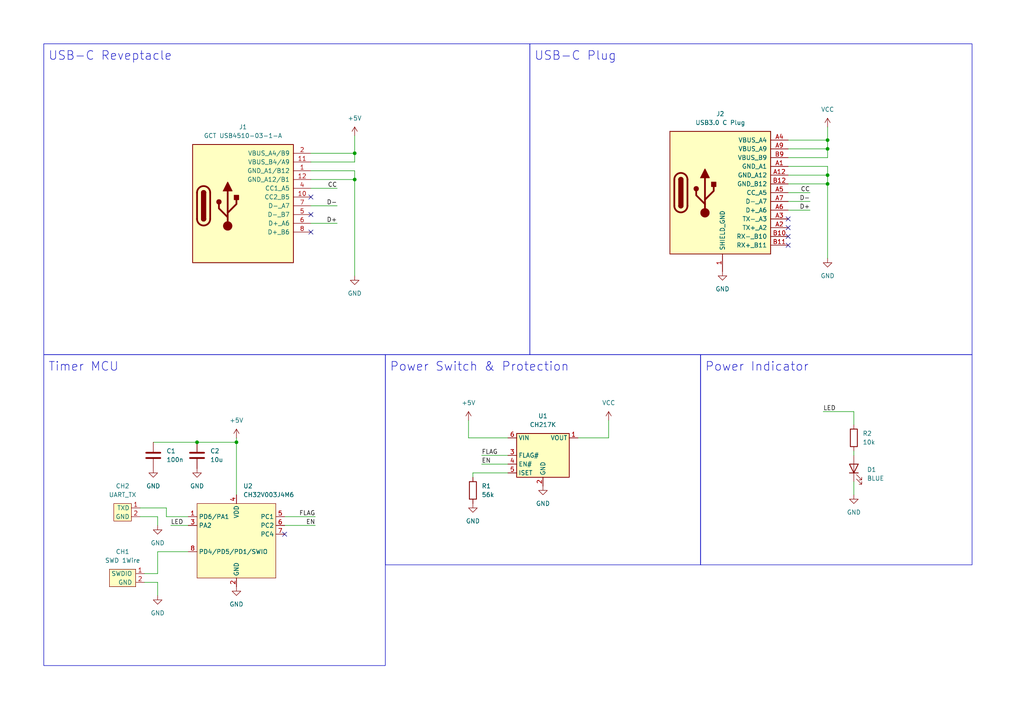
<source format=kicad_sch>
(kicad_sch (version 20230121) (generator eeschema)
  (paper "A4")
  (lib_symbols
    (symbol "$74th:CH217K-USB_Power_Limit_Switch"
      (property "Reference" "U" (at -6.35 5.08 0))
      (property "Value" "CH217K" (at 3.81 5.08 0))
      (symbol "CH217K-USB_Power_Limit_Switch_1_1"
        (rectangle (start -7.62 3.81) (end 7.62 -8.89) (stroke (width 0.254)) (fill (type background)))
        (pin power_out line (at 10.16 2.54 180) (length 2.54) (name "VOUT") (number "1"))
        (pin power_in line (at 0 -11.43 90) (length 2.54) (name "GND") (number "2"))
        (pin input line (at -10.16 -2.54 0) (length 2.54) (name "FLAG#") (number "3"))
        (pin input line (at -10.16 -5.08 0) (length 2.54) (name "EN#") (number "4"))
        (pin input line (at -10.16 -7.62 0) (length 2.54) (name "ISET") (number "5"))
        (pin power_in line (at -10.16 2.54 0) (length 2.54) (name "VIN") (number "6"))
      )
    )
    (symbol "$74th:CH32V003J4M6"
      (property "Reference" "U" (at -11.43 25.4 0))
      (property "Value" "CH32V003J4M6" (at -11.43 27.94 0))
      (symbol "CH32V003J4M6_0_1"
        (rectangle (start -11.43 24.13) (end 11.43 2.54) (stroke (width 0.1524)) (fill (type background)))
      )
      (symbol "CH32V003J4M6_1_1"
        (pin bidirectional line (at -13.97 20.32 0) (length 2.54) (name "PD6/PA1") (number "1"))
        (pin power_in line (at 0 0 90) (length 2.54) (name "GND") (number "2"))
        (pin bidirectional line (at -13.97 17.78 0) (length 2.54) (name "PA2") (number "3"))
        (pin power_in line (at 0 26.67 270) (length 2.54) (name "VDD") (number "4"))
        (pin bidirectional line (at 13.97 20.32 180) (length 2.54) (name "PC1") (number "5"))
        (pin bidirectional line (at 13.97 17.78 180) (length 2.54) (name "PC2") (number "6"))
        (pin bidirectional line (at 13.97 15.24 180) (length 2.54) (name "PC4") (number "7"))
        (pin bidirectional line (at -13.97 10.16 0) (length 2.54) (name "PD4/PD5/PD1/SWIO") (number "8"))
      )
    )
    (symbol "$74th:SWD-WCH_1Wire" (pin_names (offset 1.016))
      (property "Reference" "CH" (at -3.81 5.08 0))
      (property "Value" "SWD 1Wire" (at 3.81 5.08 0))
      (symbol "SWD-WCH_1Wire_0_1"
        (rectangle (start -3.81 3.81) (end 3.81 -1.27) (fill (type background)))
      )
      (symbol "SWD-WCH_1Wire_1_1"
        (pin bidirectional line (at 6.35 2.54 180) (length 2.54) (name "SWDIO") (number "1"))
        (pin power_out line (at 6.35 0 180) (length 2.54) (name "GND") (number "2"))
      )
    )
    (symbol "$74th:UART_TX_Port"
      (property "Reference" "CH" (at -3.81 5.08 0))
      (property "Value" "UART_TX" (at 2.54 5.08 0))
      (symbol "UART_TX_Port_0_1"
        (rectangle (start -2.54 2.54) (end 2.54 -2.54) (stroke (width 0.1524)) (fill (type background)))
      )
      (symbol "UART_TX_Port_1_1"
        (pin bidirectional line (at 5.08 1.27 180) (length 2.54) (name "TXD") (number "1"))
        (pin power_in line (at 5.08 -1.27 180) (length 2.54) (name "GND") (number "2"))
      )
    )
    (symbol "$74th:USB2.0_C_12pin_v2" (pin_names (offset 1.016))
      (property "Reference" "J" (at -10.16 19.05 0))
      (property "Value" "USB2.0_C_12pin_v2" (at 12.7 19.05 0))
      (symbol "USB2.0_C_12pin_v2_0_1"
        (rectangle (start -19.05 17.78) (end 10.16 -16.51) (stroke (width 0.254)) (fill (type background)))
        (arc (start -17.78 -3.81) (mid -15.875 -5.7067) (end -13.97 -3.81) (stroke (width 0.508)))
        (arc (start -16.51 -3.81) (mid -15.875 -4.4423) (end -15.24 -3.81) (stroke (width 0.254)))
        (arc (start -16.51 -3.81) (mid -15.875 -4.4423) (end -15.24 -3.81) (stroke (width 0.254)) (fill (type outline)))
        (rectangle (start -16.51 -3.81) (end -15.24 3.81) (stroke (width 0.254)) (fill (type outline)))
        (arc (start -15.24 3.81) (mid -15.875 4.4423) (end -16.51 3.81) (stroke (width 0.254)))
        (arc (start -15.24 3.81) (mid -15.875 4.4423) (end -16.51 3.81) (stroke (width 0.254)) (fill (type outline)))
        (arc (start -13.97 3.81) (mid -15.875 5.7067) (end -17.78 3.81) (stroke (width 0.508)))
        (circle (center -11.43 1.143) (radius 0.635) (stroke (width 0.254)) (fill (type outline)))
        (circle (center -8.89 -5.842) (radius 1.27) (fill (type outline)))
        (rectangle (start -6.985 1.778) (end -5.715 3.048) (stroke (width 0.254)) (fill (type outline)))
        (polyline (pts (xy -17.78 -3.81) (xy -17.78 3.81)) (stroke (width 0.508)))
        (polyline (pts (xy -13.97 3.81) (xy -13.97 -3.81)) (stroke (width 0.508)))
        (polyline (pts (xy -8.89 -5.842) (xy -8.89 4.318)) (stroke (width 0.508)))
        (polyline (pts (xy -8.89 -3.302) (xy -11.43 -0.762) (xy -11.43 0.508)) (stroke (width 0.508)))
        (polyline (pts (xy -8.89 -2.032) (xy -6.35 0.508) (xy -6.35 1.778)) (stroke (width 0.508)))
        (polyline (pts (xy -10.16 4.318) (xy -8.89 6.858) (xy -7.62 4.318) (xy -10.16 4.318)) (stroke (width 0.254)) (fill (type outline)))
      )
      (symbol "USB2.0_C_12pin_v2_1_1"
        (pin power_out line (at 15.24 10.16 180) (length 5.08) (name "GND_A1/B12") (number "1"))
        (pin passive line (at 15.24 2.54 180) (length 5.08) (name "CC2_B5") (number "10"))
        (pin power_out line (at 15.24 12.7 180) (length 5.08) (name "VBUS_B4/A9") (number "11"))
        (pin power_out line (at 15.24 7.62 180) (length 5.08) (name "GND_A12/B1") (number "12"))
        (pin power_out line (at 15.24 15.24 180) (length 5.08) (name "VBUS_A4/B9") (number "2"))
        (pin passive line (at 15.24 5.08 180) (length 5.08) (name "CC1_A5") (number "4"))
        (pin bidirectional line (at 15.24 -2.54 180) (length 5.08) (name "D-_B7") (number "5"))
        (pin bidirectional line (at 15.24 -5.08 180) (length 5.08) (name "D+_A6") (number "6"))
        (pin bidirectional line (at 15.24 0 180) (length 5.08) (name "D-_A7") (number "7"))
        (pin bidirectional line (at 15.24 -7.62 180) (length 5.08) (name "D+_B6") (number "8"))
      )
    )
    (symbol "$74th:USB3.0_C_Male" (pin_names (offset 1.016))
      (property "Reference" "J" (at -10.16 19.05 0))
      (property "Value" "USB3.0_C_Male" (at 12.7 19.05 0))
      (symbol "USB3.0_C_Male_0_1"
        (rectangle (start -19.05 17.78) (end 10.16 -17.78) (stroke (width 0.254)) (fill (type background)))
        (arc (start -17.78 -3.81) (mid -15.875 -5.7067) (end -13.97 -3.81) (stroke (width 0.508)))
        (arc (start -16.51 -3.81) (mid -15.875 -4.4423) (end -15.24 -3.81) (stroke (width 0.254)))
        (arc (start -16.51 -3.81) (mid -15.875 -4.4423) (end -15.24 -3.81) (stroke (width 0.254)) (fill (type outline)))
        (rectangle (start -16.51 -3.81) (end -15.24 3.81) (stroke (width 0.254)) (fill (type outline)))
        (arc (start -15.24 3.81) (mid -15.875 4.4423) (end -16.51 3.81) (stroke (width 0.254)))
        (arc (start -15.24 3.81) (mid -15.875 4.4423) (end -16.51 3.81) (stroke (width 0.254)) (fill (type outline)))
        (arc (start -13.97 3.81) (mid -15.875 5.7067) (end -17.78 3.81) (stroke (width 0.508)))
        (circle (center -11.43 1.143) (radius 0.635) (stroke (width 0.254)) (fill (type outline)))
        (circle (center -8.89 -5.842) (radius 1.27) (fill (type outline)))
        (rectangle (start -6.985 1.778) (end -5.715 3.048) (stroke (width 0.254)) (fill (type outline)))
        (polyline (pts (xy -17.78 -3.81) (xy -17.78 3.81)) (stroke (width 0.508)))
        (polyline (pts (xy -13.97 3.81) (xy -13.97 -3.81)) (stroke (width 0.508)))
        (polyline (pts (xy -8.89 -5.842) (xy -8.89 4.318)) (stroke (width 0.508)))
        (polyline (pts (xy -8.89 -3.302) (xy -11.43 -0.762) (xy -11.43 0.508)) (stroke (width 0.508)))
        (polyline (pts (xy -8.89 -2.032) (xy -6.35 0.508) (xy -6.35 1.778)) (stroke (width 0.508)))
        (polyline (pts (xy -10.16 4.318) (xy -8.89 6.858) (xy -7.62 4.318) (xy -10.16 4.318)) (stroke (width 0.254)) (fill (type outline)))
      )
      (symbol "USB3.0_C_Male_1_1"
        (pin power_in line (at -3.81 -22.86 90) (length 5.08) (name "SHIELD_GND") (number "1"))
        (pin power_in line (at 15.24 7.62 180) (length 5.08) (name "GND_A1") (number "A1"))
        (pin power_in line (at 15.24 5.08 180) (length 5.08) (name "GND_A12") (number "A12"))
        (pin bidirectional line (at 15.24 -10.16 180) (length 5.08) (name "TX+_A2") (number "A2"))
        (pin bidirectional line (at 15.24 -7.62 180) (length 5.08) (name "TX-_A3") (number "A3"))
        (pin power_in line (at 15.24 15.24 180) (length 5.08) (name "VBUS_A4") (number "A4"))
        (pin passive line (at 15.24 0 180) (length 5.08) (name "CC_A5") (number "A5"))
        (pin bidirectional line (at 15.24 -5.08 180) (length 5.08) (name "D+_A6") (number "A6"))
        (pin bidirectional line (at 15.24 -2.54 180) (length 5.08) (name "D-_A7") (number "A7"))
        (pin power_in line (at 15.24 12.7 180) (length 5.08) (name "VBUS_A9") (number "A9"))
        (pin passive line (at 15.24 -12.7 180) (length 5.08) (name "RX-_B10") (number "B10"))
        (pin bidirectional line (at 15.24 -15.24 180) (length 5.08) (name "RX+_B11") (number "B11"))
        (pin power_in line (at 15.24 2.54 180) (length 5.08) (name "GND_B12") (number "B12"))
        (pin power_in line (at 15.24 10.16 180) (length 5.08) (name "VBUS_B9") (number "B9"))
      )
    )
    (symbol "Device:C" (pin_numbers hide) (pin_names (offset 0.254))
      (property "Reference" "C" (at 0.635 2.54 0))
      (property "Value" "C" (at 0.635 -2.54 0))
      (symbol "C_0_1"
        (polyline (pts (xy -2.032 -0.762) (xy 2.032 -0.762)) (stroke (width 0.508)))
        (polyline (pts (xy -2.032 0.762) (xy 2.032 0.762)) (stroke (width 0.508)))
      )
      (symbol "C_1_1"
        (pin passive line (at 0 3.81 270) (length 2.794) (name "~") (number "1"))
        (pin passive line (at 0 -3.81 90) (length 2.794) (name "~") (number "2"))
      )
    )
    (symbol "Device:LED" (pin_numbers hide) (pin_names (offset 1.016) hide)
      (property "Reference" "D" (at 0 2.54 0))
      (property "Value" "LED" (at 0 -2.54 0))
      (symbol "LED_0_1"
        (polyline (pts (xy -1.27 -1.27) (xy -1.27 1.27)) (stroke (width 0.254)))
        (polyline (pts (xy -1.27 0) (xy 1.27 0)))
        (polyline (pts (xy 1.27 -1.27) (xy 1.27 1.27) (xy -1.27 0) (xy 1.27 -1.27)) (stroke (width 0.254)))
        (polyline (pts (xy -3.048 -0.762) (xy -4.572 -2.286) (xy -3.81 -2.286) (xy -4.572 -2.286) (xy -4.572 -1.524)))
        (polyline (pts (xy -1.778 -0.762) (xy -3.302 -2.286) (xy -2.54 -2.286) (xy -3.302 -2.286) (xy -3.302 -1.524)))
      )
      (symbol "LED_1_1"
        (pin passive line (at -3.81 0 0) (length 2.54) (name "K") (number "1"))
        (pin passive line (at 3.81 0 180) (length 2.54) (name "A") (number "2"))
      )
    )
    (symbol "Device:R" (pin_numbers hide) (pin_names (offset 0))
      (property "Reference" "R" (at 2.032 0 90))
      (property "Value" "R" (at 0 0 90))
      (symbol "R_0_1"
        (rectangle (start -1.016 -2.54) (end 1.016 2.54) (stroke (width 0.254)))
      )
      (symbol "R_1_1"
        (pin passive line (at 0 3.81 270) (length 1.27) (name "~") (number "1"))
        (pin passive line (at 0 -3.81 90) (length 1.27) (name "~") (number "2"))
      )
    )
    (symbol "power:+5V" (power) (pin_names (offset 0))
      (property "Value" "+5V" (at 0 3.556 0))
      (symbol "+5V_0_1"
        (polyline (pts (xy -0.762 1.27) (xy 0 2.54)))
        (polyline (pts (xy 0 0) (xy 0 2.54)))
        (polyline (pts (xy 0 2.54) (xy 0.762 1.27)))
      )
      (symbol "+5V_1_1"
        (pin power_in line (at 0 0 90) (length 0) hide (name "+5V") (number "1"))
      )
    )
    (symbol "power:GND" (power) (pin_names (offset 0))
      (property "Value" "GND" (at 0 -3.81 0))
      (symbol "GND_0_1"
        (polyline (pts (xy 0 0) (xy 0 -1.27) (xy 1.27 -1.27) (xy 0 -2.54) (xy -1.27 -1.27) (xy 0 -1.27)))
      )
      (symbol "GND_1_1"
        (pin power_in line (at 0 0 270) (length 0) hide (name "GND") (number "1"))
      )
    )
    (symbol "power:VCC" (power) (pin_names (offset 0))
      (property "Value" "VCC" (at 0 3.81 0))
      (symbol "VCC_0_1"
        (polyline (pts (xy -0.762 1.27) (xy 0 2.54)))
        (polyline (pts (xy 0 0) (xy 0 2.54)))
        (polyline (pts (xy 0 2.54) (xy 0.762 1.27)))
      )
      (symbol "VCC_1_1"
        (pin power_in line (at 0 0 90) (length 0) hide (name "VCC") (number "1"))
      )
    )
  )
  (junction (at 57.15 128.27))
  (junction (at 240.03 53.34))
  (junction (at 102.87 52.07))
  (junction (at 68.58 128.27))
  (junction (at 240.03 40.64))
  (junction (at 240.03 43.18))
  (junction (at 102.87 44.45))
  (junction (at 240.03 50.8))
  (no_connect (at 228.6 63.5))
  (no_connect (at 82.55 154.94))
  (no_connect (at 90.17 67.31))
  (no_connect (at 90.17 57.15))
  (no_connect (at 228.6 66.04))
  (no_connect (at 228.6 71.12))
  (no_connect (at 228.6 68.58))
  (no_connect (at 90.17 62.23))
  (wire (pts (xy 240.03 43.18) (xy 240.03 40.64)))
  (wire (pts (xy 102.87 44.45) (xy 90.17 44.45)))
  (wire (pts (xy 68.58 127) (xy 68.58 128.27)))
  (wire (pts (xy 228.6 58.42) (xy 234.95 58.42)))
  (wire (pts (xy 90.17 59.69) (xy 97.79 59.69)))
  (wire (pts (xy 228.6 48.26) (xy 240.03 48.26)))
  (wire (pts (xy 49.53 152.4) (xy 54.61 152.4)))
  (wire (pts (xy 228.6 43.18) (xy 240.03 43.18)))
  (wire (pts (xy 90.17 52.07) (xy 102.87 52.07)))
  (wire (pts (xy 247.65 119.38) (xy 247.65 123.19)))
  (wire (pts (xy 135.89 127) (xy 135.89 121.92)))
  (wire (pts (xy 102.87 52.07) (xy 102.87 80.01)))
  (wire (pts (xy 228.6 45.72) (xy 240.03 45.72)))
  (wire (pts (xy 90.17 64.77) (xy 97.79 64.77)))
  (wire (pts (xy 228.6 60.96) (xy 234.95 60.96)))
  (wire (pts (xy 137.16 137.16) (xy 137.16 138.43)))
  (wire (pts (xy 41.91 166.37) (xy 45.72 166.37)))
  (wire (pts (xy 41.91 168.91) (xy 45.72 168.91)))
  (wire (pts (xy 54.61 149.86) (xy 48.26 149.86)))
  (wire (pts (xy 247.65 132.08) (xy 247.65 130.81)))
  (wire (pts (xy 240.03 40.64) (xy 240.03 36.83)))
  (wire (pts (xy 139.7 134.62) (xy 147.32 134.62)))
  (wire (pts (xy 102.87 46.99) (xy 102.87 44.45)))
  (wire (pts (xy 228.6 40.64) (xy 240.03 40.64)))
  (wire (pts (xy 147.32 137.16) (xy 137.16 137.16)))
  (wire (pts (xy 247.65 143.51) (xy 247.65 139.7)))
  (wire (pts (xy 48.26 147.32) (xy 40.64 147.32)))
  (wire (pts (xy 228.6 53.34) (xy 240.03 53.34)))
  (wire (pts (xy 102.87 39.37) (xy 102.87 44.45)))
  (wire (pts (xy 82.55 149.86) (xy 91.44 149.86)))
  (wire (pts (xy 68.58 128.27) (xy 68.58 143.51)))
  (wire (pts (xy 240.03 45.72) (xy 240.03 43.18)))
  (wire (pts (xy 45.72 168.91) (xy 45.72 172.72)))
  (wire (pts (xy 82.55 152.4) (xy 91.44 152.4)))
  (wire (pts (xy 102.87 49.53) (xy 102.87 52.07)))
  (wire (pts (xy 147.32 127) (xy 135.89 127)))
  (wire (pts (xy 68.58 128.27) (xy 57.15 128.27)))
  (wire (pts (xy 139.7 132.08) (xy 147.32 132.08)))
  (wire (pts (xy 90.17 46.99) (xy 102.87 46.99)))
  (wire (pts (xy 57.15 128.27) (xy 44.45 128.27)))
  (wire (pts (xy 45.72 166.37) (xy 45.72 160.02)))
  (wire (pts (xy 240.03 48.26) (xy 240.03 50.8)))
  (wire (pts (xy 240.03 50.8) (xy 240.03 53.34)))
  (wire (pts (xy 90.17 54.61) (xy 97.79 54.61)))
  (wire (pts (xy 240.03 53.34) (xy 240.03 74.93)))
  (wire (pts (xy 238.76 119.38) (xy 247.65 119.38)))
  (wire (pts (xy 45.72 149.86) (xy 45.72 152.4)))
  (wire (pts (xy 176.53 127) (xy 176.53 121.92)))
  (wire (pts (xy 45.72 160.02) (xy 54.61 160.02)))
  (wire (pts (xy 228.6 50.8) (xy 240.03 50.8)))
  (wire (pts (xy 167.64 127) (xy 176.53 127)))
  (wire (pts (xy 48.26 149.86) (xy 48.26 147.32)))
  (wire (pts (xy 40.64 149.86) (xy 45.72 149.86)))
  (wire (pts (xy 90.17 49.53) (xy 102.87 49.53)))
  (wire (pts (xy 228.6 55.88) (xy 234.95 55.88)))
  (rectangle (start 111.76 102.87) (end 203.2 163.83))
  (rectangle (start 153.67 12.7) (end 281.94 102.87))
  (rectangle (start 12.7 12.7) (end 153.67 102.87))
  (rectangle (start 203.2 102.87) (end 281.94 163.83))
  (rectangle (start 12.7 102.87) (end 111.76 193.04))
  (text "Power Switch & Protection" (at 113.03 107.95 0) (effects (font (size 2.54 2.54)) (justify left bottom)))
  (text "Power Indicator" (at 204.47 107.95 0) (effects (font (size 2.54 2.54)) (justify left bottom)))
  (text "USB-C Plug" (at 154.94 17.78 0) (effects (font (size 2.54 2.54)) (justify left bottom)))
  (text "Timer MCU" (at 13.97 107.95 0) (effects (font (size 2.54 2.54)) (justify left bottom)))
  (text "USB-C Reveptacle" (at 13.97 17.78 0) (effects (font (size 2.54 2.54)) (justify left bottom)))
  (label "LED" (at 238.76 119.38 0))
  (label "LED" (at 49.53 152.4 0))
  (label "D+" (at 97.79 64.77 180))
  (label "D-" (at 97.79 59.69 180))
  (label "CC" (at 97.79 54.61 180))
  (label "EN" (at 91.44 152.4 180))
  (label "FLAG" (at 139.7 132.08 0))
  (label "FLAG" (at 91.44 149.86 180))
  (label "D-" (at 234.95 58.42 180))
  (label "CC" (at 234.95 55.88 180))
  (label "EN" (at 139.7 134.62 0))
  (label "D+" (at 234.95 60.96 180))
  (symbol (lib_id "power:+5V") (at 68.58 127 0) (unit 1)
    (property "Reference" "#PWR05" (effects hide))
    (property "Value" "+5V" (at 68.58 121.92 0))
  )
  (symbol (lib_id "power:GND") (at 137.16 146.05 0) (unit 1)
    (property "Reference" "#PWR014" (effects hide))
    (property "Value" "GND" (at 137.16 151.13 0))
  )
  (symbol (lib_id "$74th:USB3.0_C_Male") (at 213.36 55.88 0) (unit 1)
    (property "Reference" "J2" (at 208.915 33.02 0))
    (property "Value" "USB3.0 C Plug" (at 208.915 35.56 0))
    (property "Footprint" "$74th:USB-C-MALE-00402-UCAM002-X" (effects hide))
    (property "Datasheet" "https://www.usb.org/sites/default/files/documents/usb_type-c.zip" (effects hide))
  )
  (symbol (lib_id "power:GND") (at 45.72 172.72 0) (unit 1)
    (property "Reference" "#PWR012" (effects hide))
    (property "Value" "GND" (at 45.72 177.8 0))
  )
  (symbol (lib_id "power:GND") (at 247.65 143.51 0) (unit 1)
    (property "Reference" "#PWR015" (effects hide))
    (property "Value" "GND" (at 247.65 148.59 0))
  )
  (symbol (lib_id "$74th:CH32V003J4M6") (at 68.58 170.18 0) (unit 1)
    (property "Reference" "U2" (at 70.5359 140.97 0) (effects (justify left)))
    (property "Value" "CH32V003J4M6" (at 70.5359 143.51 0) (effects (justify left)))
    (property "Footprint" "Package_SO:SOIC-8_3.9x4.9mm_P1.27mm" (effects hide))
  )
  (symbol (lib_id "$74th:SWD-WCH_1Wire") (at 35.56 168.91 0) (unit 1)
    (property "Reference" "CH1" (at 35.56 160.02 0))
    (property "Value" "SWD 1Wire" (at 35.56 162.56 0))
    (property "Footprint" "$74th:2Pin" (effects hide))
  )
  (symbol (lib_id "power:GND") (at 68.58 170.18 0) (unit 1)
    (property "Reference" "#PWR08" (effects hide))
    (property "Value" "GND" (at 68.58 175.26 0))
  )
  (symbol (lib_id "power:+5V") (at 135.89 121.92 0) (unit 1)
    (property "Reference" "#PWR010" (effects hide))
    (property "Value" "+5V" (at 135.89 116.84 0))
  )
  (symbol (lib_id "power:GND") (at 209.55 78.74 0) (unit 1)
    (property "Reference" "#PWR016" (effects hide))
    (property "Value" "GND" (at 209.55 83.82 0))
  )
  (symbol (lib_id "$74th:UART_TX_Port") (at 35.56 148.59 0) (unit 1)
    (property "Reference" "CH2" (at 35.56 140.97 0))
    (property "Value" "UART_TX" (at 35.56 143.51 0))
    (property "Footprint" "$74th:2Pin" (effects hide))
  )
  (symbol (lib_id "Device:R") (at 247.65 127 0) (unit 1)
    (property "Reference" "R2" (at 250.19 125.73 0) (effects (justify left)))
    (property "Value" "10k" (at 250.19 128.27 0) (effects (justify left)))
    (property "Footprint" "$74th:Register_0805_2012" (effects hide))
  )
  (symbol (lib_id "power:VCC") (at 240.03 36.83 0) (unit 1)
    (property "Reference" "#PWR01" (effects hide))
    (property "Value" "VCC" (at 240.03 31.75 0))
  )
  (symbol (lib_id "power:VCC") (at 176.53 121.92 0) (unit 1)
    (property "Reference" "#PWR09" (effects hide))
    (property "Value" "VCC" (at 176.53 116.84 0))
  )
  (symbol (lib_id "power:GND") (at 240.03 74.93 0) (unit 1)
    (property "Reference" "#PWR02" (effects hide))
    (property "Value" "GND" (at 240.03 80.01 0))
  )
  (symbol (lib_id "Device:LED") (at 247.65 135.89 90) (unit 1)
    (property "Reference" "D1" (at 251.46 136.2075 90) (effects (justify right)))
    (property "Value" "BLUE" (at 251.46 138.7475 90) (effects (justify right)))
    (property "Footprint" "$74th:LED_0805_2012Metric_Pad1.15x1.40mm_HandSolder" (effects hide))
  )
  (symbol (lib_id "power:+5V") (at 102.87 39.37 0) (unit 1)
    (property "Reference" "#PWR03" (effects hide))
    (property "Value" "+5V" (at 102.87 34.29 0))
  )
  (symbol (lib_id "$74th:CH217K-USB_Power_Limit_Switch") (at 157.48 129.54 0) (unit 1)
    (property "Reference" "U1" (at 157.48 120.65 0))
    (property "Value" "CH217K" (at 157.48 123.19 0))
    (property "Footprint" "Package_TO_SOT_SMD:SOT-23-6" (effects hide))
  )
  (symbol (lib_id "Device:R") (at 137.16 142.24 0) (unit 1)
    (property "Reference" "R1" (at 139.7 140.97 0) (effects (justify left)))
    (property "Value" "56k" (at 139.7 143.51 0) (effects (justify left)))
    (property "Footprint" "$74th:Register_0805_2012" (effects hide))
  )
  (symbol (lib_id "power:GND") (at 157.48 140.97 0) (unit 1)
    (property "Reference" "#PWR011" (effects hide))
    (property "Value" "GND" (at 157.48 146.05 0))
  )
  (symbol (lib_id "power:GND") (at 44.45 135.89 0) (unit 1)
    (property "Reference" "#PWR07" (effects hide))
    (property "Value" "GND" (at 44.45 140.97 0))
  )
  (symbol (lib_id "Device:C") (at 57.15 132.08 0) (unit 1)
    (property "Reference" "C2" (at 60.96 130.81 0) (effects (justify left)))
    (property "Value" "10u" (at 60.96 133.35 0) (effects (justify left)))
    (property "Footprint" "$74th:Capacitor_0805_2012" (effects hide))
  )
  (symbol (lib_id "power:GND") (at 102.87 80.01 0) (unit 1)
    (property "Reference" "#PWR04" (effects hide))
    (property "Value" "GND" (at 102.87 85.09 0))
  )
  (symbol (lib_id "$74th:USB2.0_C_12pin_v2") (at 74.93 59.69 0) (unit 1)
    (property "Reference" "J1" (at 70.485 36.83 0))
    (property "Value" "GCT USB4510-03-1-A" (at 70.485 39.37 0))
    (property "Footprint" "$74th:USB-C-12-Pin-MidMount-ali-v5-12Pin" (effects hide))
    (property "Datasheet" "https://www.usb.org/sites/default/files/documents/usb_type-c.zip" (effects hide))
  )
  (symbol (lib_id "power:GND") (at 45.72 152.4 0) (unit 1)
    (property "Reference" "#PWR013" (effects hide))
    (property "Value" "GND" (at 45.72 157.48 0))
  )
  (symbol (lib_id "Device:C") (at 44.45 132.08 0) (unit 1)
    (property "Reference" "C1" (at 48.26 130.81 0) (effects (justify left)))
    (property "Value" "100n" (at 48.26 133.35 0) (effects (justify left)))
    (property "Footprint" "$74th:Capacitor_0805_2012" (effects hide))
  )
  (symbol (lib_id "power:GND") (at 57.15 135.89 0) (unit 1)
    (property "Reference" "#PWR06" (effects hide))
    (property "Value" "GND" (at 57.15 140.97 0))
  )
)
</source>
